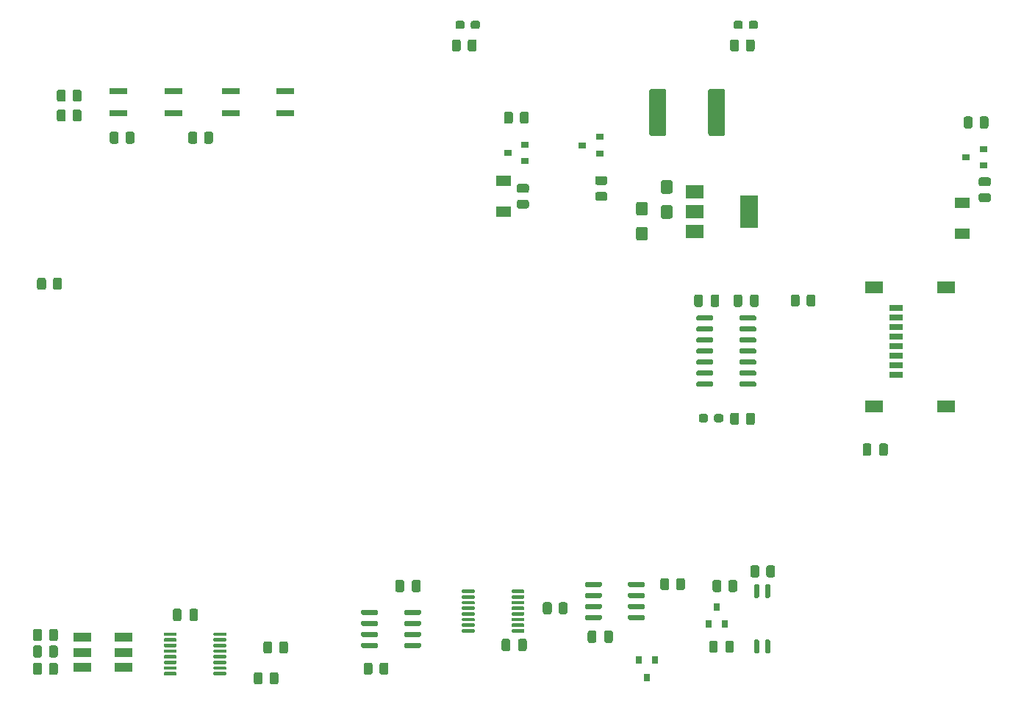
<source format=gbr>
G04 #@! TF.GenerationSoftware,KiCad,Pcbnew,(5.1.6)-1*
G04 #@! TF.CreationDate,2022-02-21T17:01:38-05:00*
G04 #@! TF.ProjectId,ControllerCircuit,436f6e74-726f-46c6-9c65-724369726375,rev?*
G04 #@! TF.SameCoordinates,Original*
G04 #@! TF.FileFunction,Paste,Top*
G04 #@! TF.FilePolarity,Positive*
%FSLAX46Y46*%
G04 Gerber Fmt 4.6, Leading zero omitted, Abs format (unit mm)*
G04 Created by KiCad (PCBNEW (5.1.6)-1) date 2022-02-21 17:01:38*
%MOMM*%
%LPD*%
G01*
G04 APERTURE LIST*
%ADD10R,2.000000X1.450000*%
%ADD11R,1.500000X0.800000*%
%ADD12R,0.800000X0.900000*%
%ADD13R,1.700000X1.300000*%
%ADD14R,2.000000X0.640000*%
%ADD15R,2.000000X1.500000*%
%ADD16R,2.000000X3.800000*%
%ADD17R,0.900000X0.800000*%
%ADD18R,2.000000X1.100000*%
G04 APERTURE END LIST*
D10*
G04 #@! TO.C,J15*
X193910000Y-82365000D03*
X202210000Y-82365000D03*
X202210000Y-96115000D03*
X193910000Y-96115000D03*
D11*
X196510000Y-84745000D03*
X196510000Y-85845000D03*
X196510000Y-86945000D03*
X196510000Y-88045000D03*
X196510000Y-89145000D03*
X196510000Y-90245000D03*
X196510000Y-91345000D03*
X196510000Y-92445000D03*
G04 #@! TD*
G04 #@! TO.C,R7*
G36*
G01*
X175937500Y-123343750D02*
X175937500Y-124256250D01*
G75*
G02*
X175693750Y-124500000I-243750J0D01*
G01*
X175206250Y-124500000D01*
G75*
G02*
X174962500Y-124256250I0J243750D01*
G01*
X174962500Y-123343750D01*
G75*
G02*
X175206250Y-123100000I243750J0D01*
G01*
X175693750Y-123100000D01*
G75*
G02*
X175937500Y-123343750I0J-243750D01*
G01*
G37*
G36*
G01*
X177812500Y-123343750D02*
X177812500Y-124256250D01*
G75*
G02*
X177568750Y-124500000I-243750J0D01*
G01*
X177081250Y-124500000D01*
G75*
G02*
X176837500Y-124256250I0J243750D01*
G01*
X176837500Y-123343750D01*
G75*
G02*
X177081250Y-123100000I243750J0D01*
G01*
X177568750Y-123100000D01*
G75*
G02*
X177812500Y-123343750I0J-243750D01*
G01*
G37*
G04 #@! TD*
D12*
G04 #@! TO.C,Q4*
X175850000Y-119200000D03*
X176800000Y-121200000D03*
X174900000Y-121200000D03*
G04 #@! TD*
G04 #@! TO.C,D6*
G36*
G01*
X175525900Y-97704180D02*
X175525900Y-97229180D01*
G75*
G02*
X175763400Y-96991680I237500J0D01*
G01*
X176338400Y-96991680D01*
G75*
G02*
X176575900Y-97229180I0J-237500D01*
G01*
X176575900Y-97704180D01*
G75*
G02*
X176338400Y-97941680I-237500J0D01*
G01*
X175763400Y-97941680D01*
G75*
G02*
X175525900Y-97704180I0J237500D01*
G01*
G37*
G36*
G01*
X173775900Y-97704180D02*
X173775900Y-97229180D01*
G75*
G02*
X174013400Y-96991680I237500J0D01*
G01*
X174588400Y-96991680D01*
G75*
G02*
X174825900Y-97229180I0J-237500D01*
G01*
X174825900Y-97704180D01*
G75*
G02*
X174588400Y-97941680I-237500J0D01*
G01*
X174013400Y-97941680D01*
G75*
G02*
X173775900Y-97704180I0J237500D01*
G01*
G37*
G04 #@! TD*
G04 #@! TO.C,D4*
G36*
G01*
X147500000Y-52397500D02*
X147500000Y-51922500D01*
G75*
G02*
X147737500Y-51685000I237500J0D01*
G01*
X148312500Y-51685000D01*
G75*
G02*
X148550000Y-51922500I0J-237500D01*
G01*
X148550000Y-52397500D01*
G75*
G02*
X148312500Y-52635000I-237500J0D01*
G01*
X147737500Y-52635000D01*
G75*
G02*
X147500000Y-52397500I0J237500D01*
G01*
G37*
G36*
G01*
X145750000Y-52397500D02*
X145750000Y-51922500D01*
G75*
G02*
X145987500Y-51685000I237500J0D01*
G01*
X146562500Y-51685000D01*
G75*
G02*
X146800000Y-51922500I0J-237500D01*
G01*
X146800000Y-52397500D01*
G75*
G02*
X146562500Y-52635000I-237500J0D01*
G01*
X145987500Y-52635000D01*
G75*
G02*
X145750000Y-52397500I0J237500D01*
G01*
G37*
G04 #@! TD*
G04 #@! TO.C,D3*
G36*
G01*
X179525000Y-52397500D02*
X179525000Y-51922500D01*
G75*
G02*
X179762500Y-51685000I237500J0D01*
G01*
X180337500Y-51685000D01*
G75*
G02*
X180575000Y-51922500I0J-237500D01*
G01*
X180575000Y-52397500D01*
G75*
G02*
X180337500Y-52635000I-237500J0D01*
G01*
X179762500Y-52635000D01*
G75*
G02*
X179525000Y-52397500I0J237500D01*
G01*
G37*
G36*
G01*
X177775000Y-52397500D02*
X177775000Y-51922500D01*
G75*
G02*
X178012500Y-51685000I237500J0D01*
G01*
X178587500Y-51685000D01*
G75*
G02*
X178825000Y-51922500I0J-237500D01*
G01*
X178825000Y-52397500D01*
G75*
G02*
X178587500Y-52635000I-237500J0D01*
G01*
X178012500Y-52635000D01*
G75*
G02*
X177775000Y-52397500I0J237500D01*
G01*
G37*
G04 #@! TD*
D13*
G04 #@! TO.C,D5*
X151250000Y-70150000D03*
X151250000Y-73650000D03*
G04 #@! TD*
G04 #@! TO.C,D2*
X204100000Y-72680000D03*
X204100000Y-76180000D03*
G04 #@! TD*
D12*
G04 #@! TO.C,D8*
X167790000Y-127360000D03*
X166840000Y-125360000D03*
X168740000Y-125360000D03*
G04 #@! TD*
G04 #@! TO.C,U1*
G36*
G01*
X165590000Y-116775000D02*
X165590000Y-116475000D01*
G75*
G02*
X165740000Y-116325000I150000J0D01*
G01*
X167390000Y-116325000D01*
G75*
G02*
X167540000Y-116475000I0J-150000D01*
G01*
X167540000Y-116775000D01*
G75*
G02*
X167390000Y-116925000I-150000J0D01*
G01*
X165740000Y-116925000D01*
G75*
G02*
X165590000Y-116775000I0J150000D01*
G01*
G37*
G36*
G01*
X165590000Y-118045000D02*
X165590000Y-117745000D01*
G75*
G02*
X165740000Y-117595000I150000J0D01*
G01*
X167390000Y-117595000D01*
G75*
G02*
X167540000Y-117745000I0J-150000D01*
G01*
X167540000Y-118045000D01*
G75*
G02*
X167390000Y-118195000I-150000J0D01*
G01*
X165740000Y-118195000D01*
G75*
G02*
X165590000Y-118045000I0J150000D01*
G01*
G37*
G36*
G01*
X165590000Y-119315000D02*
X165590000Y-119015000D01*
G75*
G02*
X165740000Y-118865000I150000J0D01*
G01*
X167390000Y-118865000D01*
G75*
G02*
X167540000Y-119015000I0J-150000D01*
G01*
X167540000Y-119315000D01*
G75*
G02*
X167390000Y-119465000I-150000J0D01*
G01*
X165740000Y-119465000D01*
G75*
G02*
X165590000Y-119315000I0J150000D01*
G01*
G37*
G36*
G01*
X165590000Y-120585000D02*
X165590000Y-120285000D01*
G75*
G02*
X165740000Y-120135000I150000J0D01*
G01*
X167390000Y-120135000D01*
G75*
G02*
X167540000Y-120285000I0J-150000D01*
G01*
X167540000Y-120585000D01*
G75*
G02*
X167390000Y-120735000I-150000J0D01*
G01*
X165740000Y-120735000D01*
G75*
G02*
X165590000Y-120585000I0J150000D01*
G01*
G37*
G36*
G01*
X160640000Y-120585000D02*
X160640000Y-120285000D01*
G75*
G02*
X160790000Y-120135000I150000J0D01*
G01*
X162440000Y-120135000D01*
G75*
G02*
X162590000Y-120285000I0J-150000D01*
G01*
X162590000Y-120585000D01*
G75*
G02*
X162440000Y-120735000I-150000J0D01*
G01*
X160790000Y-120735000D01*
G75*
G02*
X160640000Y-120585000I0J150000D01*
G01*
G37*
G36*
G01*
X160640000Y-119315000D02*
X160640000Y-119015000D01*
G75*
G02*
X160790000Y-118865000I150000J0D01*
G01*
X162440000Y-118865000D01*
G75*
G02*
X162590000Y-119015000I0J-150000D01*
G01*
X162590000Y-119315000D01*
G75*
G02*
X162440000Y-119465000I-150000J0D01*
G01*
X160790000Y-119465000D01*
G75*
G02*
X160640000Y-119315000I0J150000D01*
G01*
G37*
G36*
G01*
X160640000Y-118045000D02*
X160640000Y-117745000D01*
G75*
G02*
X160790000Y-117595000I150000J0D01*
G01*
X162440000Y-117595000D01*
G75*
G02*
X162590000Y-117745000I0J-150000D01*
G01*
X162590000Y-118045000D01*
G75*
G02*
X162440000Y-118195000I-150000J0D01*
G01*
X160790000Y-118195000D01*
G75*
G02*
X160640000Y-118045000I0J150000D01*
G01*
G37*
G36*
G01*
X160640000Y-116775000D02*
X160640000Y-116475000D01*
G75*
G02*
X160790000Y-116325000I150000J0D01*
G01*
X162440000Y-116325000D01*
G75*
G02*
X162590000Y-116475000I0J-150000D01*
G01*
X162590000Y-116775000D01*
G75*
G02*
X162440000Y-116925000I-150000J0D01*
G01*
X160790000Y-116925000D01*
G75*
G02*
X160640000Y-116775000I0J150000D01*
G01*
G37*
G04 #@! TD*
D14*
G04 #@! TO.C,U12*
X113250000Y-59790000D03*
X113250000Y-62330000D03*
X106950000Y-62330000D03*
X106950000Y-59790000D03*
G04 #@! TD*
G04 #@! TO.C,R25*
G36*
G01*
X107740000Y-65610001D02*
X107740000Y-64709999D01*
G75*
G02*
X107989999Y-64460000I249999J0D01*
G01*
X108515001Y-64460000D01*
G75*
G02*
X108765000Y-64709999I0J-249999D01*
G01*
X108765000Y-65610001D01*
G75*
G02*
X108515001Y-65860000I-249999J0D01*
G01*
X107989999Y-65860000D01*
G75*
G02*
X107740000Y-65610001I0J249999D01*
G01*
G37*
G36*
G01*
X105915000Y-65610001D02*
X105915000Y-64709999D01*
G75*
G02*
X106164999Y-64460000I249999J0D01*
G01*
X106690001Y-64460000D01*
G75*
G02*
X106940000Y-64709999I0J-249999D01*
G01*
X106940000Y-65610001D01*
G75*
G02*
X106690001Y-65860000I-249999J0D01*
G01*
X106164999Y-65860000D01*
G75*
G02*
X105915000Y-65610001I0J249999D01*
G01*
G37*
G04 #@! TD*
G04 #@! TO.C,U10*
G36*
G01*
X178428500Y-86085080D02*
X178428500Y-85785080D01*
G75*
G02*
X178578500Y-85635080I150000J0D01*
G01*
X180228500Y-85635080D01*
G75*
G02*
X180378500Y-85785080I0J-150000D01*
G01*
X180378500Y-86085080D01*
G75*
G02*
X180228500Y-86235080I-150000J0D01*
G01*
X178578500Y-86235080D01*
G75*
G02*
X178428500Y-86085080I0J150000D01*
G01*
G37*
G36*
G01*
X178428500Y-87355080D02*
X178428500Y-87055080D01*
G75*
G02*
X178578500Y-86905080I150000J0D01*
G01*
X180228500Y-86905080D01*
G75*
G02*
X180378500Y-87055080I0J-150000D01*
G01*
X180378500Y-87355080D01*
G75*
G02*
X180228500Y-87505080I-150000J0D01*
G01*
X178578500Y-87505080D01*
G75*
G02*
X178428500Y-87355080I0J150000D01*
G01*
G37*
G36*
G01*
X178428500Y-88625080D02*
X178428500Y-88325080D01*
G75*
G02*
X178578500Y-88175080I150000J0D01*
G01*
X180228500Y-88175080D01*
G75*
G02*
X180378500Y-88325080I0J-150000D01*
G01*
X180378500Y-88625080D01*
G75*
G02*
X180228500Y-88775080I-150000J0D01*
G01*
X178578500Y-88775080D01*
G75*
G02*
X178428500Y-88625080I0J150000D01*
G01*
G37*
G36*
G01*
X178428500Y-89895080D02*
X178428500Y-89595080D01*
G75*
G02*
X178578500Y-89445080I150000J0D01*
G01*
X180228500Y-89445080D01*
G75*
G02*
X180378500Y-89595080I0J-150000D01*
G01*
X180378500Y-89895080D01*
G75*
G02*
X180228500Y-90045080I-150000J0D01*
G01*
X178578500Y-90045080D01*
G75*
G02*
X178428500Y-89895080I0J150000D01*
G01*
G37*
G36*
G01*
X178428500Y-91165080D02*
X178428500Y-90865080D01*
G75*
G02*
X178578500Y-90715080I150000J0D01*
G01*
X180228500Y-90715080D01*
G75*
G02*
X180378500Y-90865080I0J-150000D01*
G01*
X180378500Y-91165080D01*
G75*
G02*
X180228500Y-91315080I-150000J0D01*
G01*
X178578500Y-91315080D01*
G75*
G02*
X178428500Y-91165080I0J150000D01*
G01*
G37*
G36*
G01*
X178428500Y-92435080D02*
X178428500Y-92135080D01*
G75*
G02*
X178578500Y-91985080I150000J0D01*
G01*
X180228500Y-91985080D01*
G75*
G02*
X180378500Y-92135080I0J-150000D01*
G01*
X180378500Y-92435080D01*
G75*
G02*
X180228500Y-92585080I-150000J0D01*
G01*
X178578500Y-92585080D01*
G75*
G02*
X178428500Y-92435080I0J150000D01*
G01*
G37*
G36*
G01*
X178428500Y-93705080D02*
X178428500Y-93405080D01*
G75*
G02*
X178578500Y-93255080I150000J0D01*
G01*
X180228500Y-93255080D01*
G75*
G02*
X180378500Y-93405080I0J-150000D01*
G01*
X180378500Y-93705080D01*
G75*
G02*
X180228500Y-93855080I-150000J0D01*
G01*
X178578500Y-93855080D01*
G75*
G02*
X178428500Y-93705080I0J150000D01*
G01*
G37*
G36*
G01*
X173478500Y-93705080D02*
X173478500Y-93405080D01*
G75*
G02*
X173628500Y-93255080I150000J0D01*
G01*
X175278500Y-93255080D01*
G75*
G02*
X175428500Y-93405080I0J-150000D01*
G01*
X175428500Y-93705080D01*
G75*
G02*
X175278500Y-93855080I-150000J0D01*
G01*
X173628500Y-93855080D01*
G75*
G02*
X173478500Y-93705080I0J150000D01*
G01*
G37*
G36*
G01*
X173478500Y-92435080D02*
X173478500Y-92135080D01*
G75*
G02*
X173628500Y-91985080I150000J0D01*
G01*
X175278500Y-91985080D01*
G75*
G02*
X175428500Y-92135080I0J-150000D01*
G01*
X175428500Y-92435080D01*
G75*
G02*
X175278500Y-92585080I-150000J0D01*
G01*
X173628500Y-92585080D01*
G75*
G02*
X173478500Y-92435080I0J150000D01*
G01*
G37*
G36*
G01*
X173478500Y-91165080D02*
X173478500Y-90865080D01*
G75*
G02*
X173628500Y-90715080I150000J0D01*
G01*
X175278500Y-90715080D01*
G75*
G02*
X175428500Y-90865080I0J-150000D01*
G01*
X175428500Y-91165080D01*
G75*
G02*
X175278500Y-91315080I-150000J0D01*
G01*
X173628500Y-91315080D01*
G75*
G02*
X173478500Y-91165080I0J150000D01*
G01*
G37*
G36*
G01*
X173478500Y-89895080D02*
X173478500Y-89595080D01*
G75*
G02*
X173628500Y-89445080I150000J0D01*
G01*
X175278500Y-89445080D01*
G75*
G02*
X175428500Y-89595080I0J-150000D01*
G01*
X175428500Y-89895080D01*
G75*
G02*
X175278500Y-90045080I-150000J0D01*
G01*
X173628500Y-90045080D01*
G75*
G02*
X173478500Y-89895080I0J150000D01*
G01*
G37*
G36*
G01*
X173478500Y-88625080D02*
X173478500Y-88325080D01*
G75*
G02*
X173628500Y-88175080I150000J0D01*
G01*
X175278500Y-88175080D01*
G75*
G02*
X175428500Y-88325080I0J-150000D01*
G01*
X175428500Y-88625080D01*
G75*
G02*
X175278500Y-88775080I-150000J0D01*
G01*
X173628500Y-88775080D01*
G75*
G02*
X173478500Y-88625080I0J150000D01*
G01*
G37*
G36*
G01*
X173478500Y-87355080D02*
X173478500Y-87055080D01*
G75*
G02*
X173628500Y-86905080I150000J0D01*
G01*
X175278500Y-86905080D01*
G75*
G02*
X175428500Y-87055080I0J-150000D01*
G01*
X175428500Y-87355080D01*
G75*
G02*
X175278500Y-87505080I-150000J0D01*
G01*
X173628500Y-87505080D01*
G75*
G02*
X173478500Y-87355080I0J150000D01*
G01*
G37*
G36*
G01*
X173478500Y-86085080D02*
X173478500Y-85785080D01*
G75*
G02*
X173628500Y-85635080I150000J0D01*
G01*
X175278500Y-85635080D01*
G75*
G02*
X175428500Y-85785080I0J-150000D01*
G01*
X175428500Y-86085080D01*
G75*
G02*
X175278500Y-86235080I-150000J0D01*
G01*
X173628500Y-86235080D01*
G75*
G02*
X173478500Y-86085080I0J150000D01*
G01*
G37*
G04 #@! TD*
G04 #@! TO.C,U9*
X126155000Y-59815000D03*
X126155000Y-62355000D03*
X119855000Y-62355000D03*
X119855000Y-59815000D03*
G04 #@! TD*
G04 #@! TO.C,U8*
G36*
G01*
X117869600Y-122456800D02*
X117869600Y-122256800D01*
G75*
G02*
X117969600Y-122156800I100000J0D01*
G01*
X119244600Y-122156800D01*
G75*
G02*
X119344600Y-122256800I0J-100000D01*
G01*
X119344600Y-122456800D01*
G75*
G02*
X119244600Y-122556800I-100000J0D01*
G01*
X117969600Y-122556800D01*
G75*
G02*
X117869600Y-122456800I0J100000D01*
G01*
G37*
G36*
G01*
X117869600Y-123106800D02*
X117869600Y-122906800D01*
G75*
G02*
X117969600Y-122806800I100000J0D01*
G01*
X119244600Y-122806800D01*
G75*
G02*
X119344600Y-122906800I0J-100000D01*
G01*
X119344600Y-123106800D01*
G75*
G02*
X119244600Y-123206800I-100000J0D01*
G01*
X117969600Y-123206800D01*
G75*
G02*
X117869600Y-123106800I0J100000D01*
G01*
G37*
G36*
G01*
X117869600Y-123756800D02*
X117869600Y-123556800D01*
G75*
G02*
X117969600Y-123456800I100000J0D01*
G01*
X119244600Y-123456800D01*
G75*
G02*
X119344600Y-123556800I0J-100000D01*
G01*
X119344600Y-123756800D01*
G75*
G02*
X119244600Y-123856800I-100000J0D01*
G01*
X117969600Y-123856800D01*
G75*
G02*
X117869600Y-123756800I0J100000D01*
G01*
G37*
G36*
G01*
X117869600Y-124406800D02*
X117869600Y-124206800D01*
G75*
G02*
X117969600Y-124106800I100000J0D01*
G01*
X119244600Y-124106800D01*
G75*
G02*
X119344600Y-124206800I0J-100000D01*
G01*
X119344600Y-124406800D01*
G75*
G02*
X119244600Y-124506800I-100000J0D01*
G01*
X117969600Y-124506800D01*
G75*
G02*
X117869600Y-124406800I0J100000D01*
G01*
G37*
G36*
G01*
X117869600Y-125056800D02*
X117869600Y-124856800D01*
G75*
G02*
X117969600Y-124756800I100000J0D01*
G01*
X119244600Y-124756800D01*
G75*
G02*
X119344600Y-124856800I0J-100000D01*
G01*
X119344600Y-125056800D01*
G75*
G02*
X119244600Y-125156800I-100000J0D01*
G01*
X117969600Y-125156800D01*
G75*
G02*
X117869600Y-125056800I0J100000D01*
G01*
G37*
G36*
G01*
X117869600Y-125706800D02*
X117869600Y-125506800D01*
G75*
G02*
X117969600Y-125406800I100000J0D01*
G01*
X119244600Y-125406800D01*
G75*
G02*
X119344600Y-125506800I0J-100000D01*
G01*
X119344600Y-125706800D01*
G75*
G02*
X119244600Y-125806800I-100000J0D01*
G01*
X117969600Y-125806800D01*
G75*
G02*
X117869600Y-125706800I0J100000D01*
G01*
G37*
G36*
G01*
X117869600Y-126356800D02*
X117869600Y-126156800D01*
G75*
G02*
X117969600Y-126056800I100000J0D01*
G01*
X119244600Y-126056800D01*
G75*
G02*
X119344600Y-126156800I0J-100000D01*
G01*
X119344600Y-126356800D01*
G75*
G02*
X119244600Y-126456800I-100000J0D01*
G01*
X117969600Y-126456800D01*
G75*
G02*
X117869600Y-126356800I0J100000D01*
G01*
G37*
G36*
G01*
X117869600Y-127006800D02*
X117869600Y-126806800D01*
G75*
G02*
X117969600Y-126706800I100000J0D01*
G01*
X119244600Y-126706800D01*
G75*
G02*
X119344600Y-126806800I0J-100000D01*
G01*
X119344600Y-127006800D01*
G75*
G02*
X119244600Y-127106800I-100000J0D01*
G01*
X117969600Y-127106800D01*
G75*
G02*
X117869600Y-127006800I0J100000D01*
G01*
G37*
G36*
G01*
X112144600Y-127006800D02*
X112144600Y-126806800D01*
G75*
G02*
X112244600Y-126706800I100000J0D01*
G01*
X113519600Y-126706800D01*
G75*
G02*
X113619600Y-126806800I0J-100000D01*
G01*
X113619600Y-127006800D01*
G75*
G02*
X113519600Y-127106800I-100000J0D01*
G01*
X112244600Y-127106800D01*
G75*
G02*
X112144600Y-127006800I0J100000D01*
G01*
G37*
G36*
G01*
X112144600Y-126356800D02*
X112144600Y-126156800D01*
G75*
G02*
X112244600Y-126056800I100000J0D01*
G01*
X113519600Y-126056800D01*
G75*
G02*
X113619600Y-126156800I0J-100000D01*
G01*
X113619600Y-126356800D01*
G75*
G02*
X113519600Y-126456800I-100000J0D01*
G01*
X112244600Y-126456800D01*
G75*
G02*
X112144600Y-126356800I0J100000D01*
G01*
G37*
G36*
G01*
X112144600Y-125706800D02*
X112144600Y-125506800D01*
G75*
G02*
X112244600Y-125406800I100000J0D01*
G01*
X113519600Y-125406800D01*
G75*
G02*
X113619600Y-125506800I0J-100000D01*
G01*
X113619600Y-125706800D01*
G75*
G02*
X113519600Y-125806800I-100000J0D01*
G01*
X112244600Y-125806800D01*
G75*
G02*
X112144600Y-125706800I0J100000D01*
G01*
G37*
G36*
G01*
X112144600Y-125056800D02*
X112144600Y-124856800D01*
G75*
G02*
X112244600Y-124756800I100000J0D01*
G01*
X113519600Y-124756800D01*
G75*
G02*
X113619600Y-124856800I0J-100000D01*
G01*
X113619600Y-125056800D01*
G75*
G02*
X113519600Y-125156800I-100000J0D01*
G01*
X112244600Y-125156800D01*
G75*
G02*
X112144600Y-125056800I0J100000D01*
G01*
G37*
G36*
G01*
X112144600Y-124406800D02*
X112144600Y-124206800D01*
G75*
G02*
X112244600Y-124106800I100000J0D01*
G01*
X113519600Y-124106800D01*
G75*
G02*
X113619600Y-124206800I0J-100000D01*
G01*
X113619600Y-124406800D01*
G75*
G02*
X113519600Y-124506800I-100000J0D01*
G01*
X112244600Y-124506800D01*
G75*
G02*
X112144600Y-124406800I0J100000D01*
G01*
G37*
G36*
G01*
X112144600Y-123756800D02*
X112144600Y-123556800D01*
G75*
G02*
X112244600Y-123456800I100000J0D01*
G01*
X113519600Y-123456800D01*
G75*
G02*
X113619600Y-123556800I0J-100000D01*
G01*
X113619600Y-123756800D01*
G75*
G02*
X113519600Y-123856800I-100000J0D01*
G01*
X112244600Y-123856800D01*
G75*
G02*
X112144600Y-123756800I0J100000D01*
G01*
G37*
G36*
G01*
X112144600Y-123106800D02*
X112144600Y-122906800D01*
G75*
G02*
X112244600Y-122806800I100000J0D01*
G01*
X113519600Y-122806800D01*
G75*
G02*
X113619600Y-122906800I0J-100000D01*
G01*
X113619600Y-123106800D01*
G75*
G02*
X113519600Y-123206800I-100000J0D01*
G01*
X112244600Y-123206800D01*
G75*
G02*
X112144600Y-123106800I0J100000D01*
G01*
G37*
G36*
G01*
X112144600Y-122456800D02*
X112144600Y-122256800D01*
G75*
G02*
X112244600Y-122156800I100000J0D01*
G01*
X113519600Y-122156800D01*
G75*
G02*
X113619600Y-122256800I0J-100000D01*
G01*
X113619600Y-122456800D01*
G75*
G02*
X113519600Y-122556800I-100000J0D01*
G01*
X112244600Y-122556800D01*
G75*
G02*
X112144600Y-122456800I0J100000D01*
G01*
G37*
G04 #@! TD*
D15*
G04 #@! TO.C,U6*
X173279000Y-71375800D03*
X173279000Y-75975800D03*
X173279000Y-73675800D03*
D16*
X179579000Y-73675800D03*
G04 #@! TD*
G04 #@! TO.C,U5*
G36*
G01*
X139834980Y-119995800D02*
X139834980Y-119695800D01*
G75*
G02*
X139984980Y-119545800I150000J0D01*
G01*
X141634980Y-119545800D01*
G75*
G02*
X141784980Y-119695800I0J-150000D01*
G01*
X141784980Y-119995800D01*
G75*
G02*
X141634980Y-120145800I-150000J0D01*
G01*
X139984980Y-120145800D01*
G75*
G02*
X139834980Y-119995800I0J150000D01*
G01*
G37*
G36*
G01*
X139834980Y-121265800D02*
X139834980Y-120965800D01*
G75*
G02*
X139984980Y-120815800I150000J0D01*
G01*
X141634980Y-120815800D01*
G75*
G02*
X141784980Y-120965800I0J-150000D01*
G01*
X141784980Y-121265800D01*
G75*
G02*
X141634980Y-121415800I-150000J0D01*
G01*
X139984980Y-121415800D01*
G75*
G02*
X139834980Y-121265800I0J150000D01*
G01*
G37*
G36*
G01*
X139834980Y-122535800D02*
X139834980Y-122235800D01*
G75*
G02*
X139984980Y-122085800I150000J0D01*
G01*
X141634980Y-122085800D01*
G75*
G02*
X141784980Y-122235800I0J-150000D01*
G01*
X141784980Y-122535800D01*
G75*
G02*
X141634980Y-122685800I-150000J0D01*
G01*
X139984980Y-122685800D01*
G75*
G02*
X139834980Y-122535800I0J150000D01*
G01*
G37*
G36*
G01*
X139834980Y-123805800D02*
X139834980Y-123505800D01*
G75*
G02*
X139984980Y-123355800I150000J0D01*
G01*
X141634980Y-123355800D01*
G75*
G02*
X141784980Y-123505800I0J-150000D01*
G01*
X141784980Y-123805800D01*
G75*
G02*
X141634980Y-123955800I-150000J0D01*
G01*
X139984980Y-123955800D01*
G75*
G02*
X139834980Y-123805800I0J150000D01*
G01*
G37*
G36*
G01*
X134884980Y-123805800D02*
X134884980Y-123505800D01*
G75*
G02*
X135034980Y-123355800I150000J0D01*
G01*
X136684980Y-123355800D01*
G75*
G02*
X136834980Y-123505800I0J-150000D01*
G01*
X136834980Y-123805800D01*
G75*
G02*
X136684980Y-123955800I-150000J0D01*
G01*
X135034980Y-123955800D01*
G75*
G02*
X134884980Y-123805800I0J150000D01*
G01*
G37*
G36*
G01*
X134884980Y-122535800D02*
X134884980Y-122235800D01*
G75*
G02*
X135034980Y-122085800I150000J0D01*
G01*
X136684980Y-122085800D01*
G75*
G02*
X136834980Y-122235800I0J-150000D01*
G01*
X136834980Y-122535800D01*
G75*
G02*
X136684980Y-122685800I-150000J0D01*
G01*
X135034980Y-122685800D01*
G75*
G02*
X134884980Y-122535800I0J150000D01*
G01*
G37*
G36*
G01*
X134884980Y-121265800D02*
X134884980Y-120965800D01*
G75*
G02*
X135034980Y-120815800I150000J0D01*
G01*
X136684980Y-120815800D01*
G75*
G02*
X136834980Y-120965800I0J-150000D01*
G01*
X136834980Y-121265800D01*
G75*
G02*
X136684980Y-121415800I-150000J0D01*
G01*
X135034980Y-121415800D01*
G75*
G02*
X134884980Y-121265800I0J150000D01*
G01*
G37*
G36*
G01*
X134884980Y-119995800D02*
X134884980Y-119695800D01*
G75*
G02*
X135034980Y-119545800I150000J0D01*
G01*
X136684980Y-119545800D01*
G75*
G02*
X136834980Y-119695800I0J-150000D01*
G01*
X136834980Y-119995800D01*
G75*
G02*
X136684980Y-120145800I-150000J0D01*
G01*
X135034980Y-120145800D01*
G75*
G02*
X134884980Y-119995800I0J150000D01*
G01*
G37*
G04 #@! TD*
G04 #@! TO.C,U3*
G36*
G01*
X152202680Y-117525800D02*
X152202680Y-117325800D01*
G75*
G02*
X152302680Y-117225800I100000J0D01*
G01*
X153577680Y-117225800D01*
G75*
G02*
X153677680Y-117325800I0J-100000D01*
G01*
X153677680Y-117525800D01*
G75*
G02*
X153577680Y-117625800I-100000J0D01*
G01*
X152302680Y-117625800D01*
G75*
G02*
X152202680Y-117525800I0J100000D01*
G01*
G37*
G36*
G01*
X152202680Y-118175800D02*
X152202680Y-117975800D01*
G75*
G02*
X152302680Y-117875800I100000J0D01*
G01*
X153577680Y-117875800D01*
G75*
G02*
X153677680Y-117975800I0J-100000D01*
G01*
X153677680Y-118175800D01*
G75*
G02*
X153577680Y-118275800I-100000J0D01*
G01*
X152302680Y-118275800D01*
G75*
G02*
X152202680Y-118175800I0J100000D01*
G01*
G37*
G36*
G01*
X152202680Y-118825800D02*
X152202680Y-118625800D01*
G75*
G02*
X152302680Y-118525800I100000J0D01*
G01*
X153577680Y-118525800D01*
G75*
G02*
X153677680Y-118625800I0J-100000D01*
G01*
X153677680Y-118825800D01*
G75*
G02*
X153577680Y-118925800I-100000J0D01*
G01*
X152302680Y-118925800D01*
G75*
G02*
X152202680Y-118825800I0J100000D01*
G01*
G37*
G36*
G01*
X152202680Y-119475800D02*
X152202680Y-119275800D01*
G75*
G02*
X152302680Y-119175800I100000J0D01*
G01*
X153577680Y-119175800D01*
G75*
G02*
X153677680Y-119275800I0J-100000D01*
G01*
X153677680Y-119475800D01*
G75*
G02*
X153577680Y-119575800I-100000J0D01*
G01*
X152302680Y-119575800D01*
G75*
G02*
X152202680Y-119475800I0J100000D01*
G01*
G37*
G36*
G01*
X152202680Y-120125800D02*
X152202680Y-119925800D01*
G75*
G02*
X152302680Y-119825800I100000J0D01*
G01*
X153577680Y-119825800D01*
G75*
G02*
X153677680Y-119925800I0J-100000D01*
G01*
X153677680Y-120125800D01*
G75*
G02*
X153577680Y-120225800I-100000J0D01*
G01*
X152302680Y-120225800D01*
G75*
G02*
X152202680Y-120125800I0J100000D01*
G01*
G37*
G36*
G01*
X152202680Y-120775800D02*
X152202680Y-120575800D01*
G75*
G02*
X152302680Y-120475800I100000J0D01*
G01*
X153577680Y-120475800D01*
G75*
G02*
X153677680Y-120575800I0J-100000D01*
G01*
X153677680Y-120775800D01*
G75*
G02*
X153577680Y-120875800I-100000J0D01*
G01*
X152302680Y-120875800D01*
G75*
G02*
X152202680Y-120775800I0J100000D01*
G01*
G37*
G36*
G01*
X152202680Y-121425800D02*
X152202680Y-121225800D01*
G75*
G02*
X152302680Y-121125800I100000J0D01*
G01*
X153577680Y-121125800D01*
G75*
G02*
X153677680Y-121225800I0J-100000D01*
G01*
X153677680Y-121425800D01*
G75*
G02*
X153577680Y-121525800I-100000J0D01*
G01*
X152302680Y-121525800D01*
G75*
G02*
X152202680Y-121425800I0J100000D01*
G01*
G37*
G36*
G01*
X152202680Y-122075800D02*
X152202680Y-121875800D01*
G75*
G02*
X152302680Y-121775800I100000J0D01*
G01*
X153577680Y-121775800D01*
G75*
G02*
X153677680Y-121875800I0J-100000D01*
G01*
X153677680Y-122075800D01*
G75*
G02*
X153577680Y-122175800I-100000J0D01*
G01*
X152302680Y-122175800D01*
G75*
G02*
X152202680Y-122075800I0J100000D01*
G01*
G37*
G36*
G01*
X146477680Y-122075800D02*
X146477680Y-121875800D01*
G75*
G02*
X146577680Y-121775800I100000J0D01*
G01*
X147852680Y-121775800D01*
G75*
G02*
X147952680Y-121875800I0J-100000D01*
G01*
X147952680Y-122075800D01*
G75*
G02*
X147852680Y-122175800I-100000J0D01*
G01*
X146577680Y-122175800D01*
G75*
G02*
X146477680Y-122075800I0J100000D01*
G01*
G37*
G36*
G01*
X146477680Y-121425800D02*
X146477680Y-121225800D01*
G75*
G02*
X146577680Y-121125800I100000J0D01*
G01*
X147852680Y-121125800D01*
G75*
G02*
X147952680Y-121225800I0J-100000D01*
G01*
X147952680Y-121425800D01*
G75*
G02*
X147852680Y-121525800I-100000J0D01*
G01*
X146577680Y-121525800D01*
G75*
G02*
X146477680Y-121425800I0J100000D01*
G01*
G37*
G36*
G01*
X146477680Y-120775800D02*
X146477680Y-120575800D01*
G75*
G02*
X146577680Y-120475800I100000J0D01*
G01*
X147852680Y-120475800D01*
G75*
G02*
X147952680Y-120575800I0J-100000D01*
G01*
X147952680Y-120775800D01*
G75*
G02*
X147852680Y-120875800I-100000J0D01*
G01*
X146577680Y-120875800D01*
G75*
G02*
X146477680Y-120775800I0J100000D01*
G01*
G37*
G36*
G01*
X146477680Y-120125800D02*
X146477680Y-119925800D01*
G75*
G02*
X146577680Y-119825800I100000J0D01*
G01*
X147852680Y-119825800D01*
G75*
G02*
X147952680Y-119925800I0J-100000D01*
G01*
X147952680Y-120125800D01*
G75*
G02*
X147852680Y-120225800I-100000J0D01*
G01*
X146577680Y-120225800D01*
G75*
G02*
X146477680Y-120125800I0J100000D01*
G01*
G37*
G36*
G01*
X146477680Y-119475800D02*
X146477680Y-119275800D01*
G75*
G02*
X146577680Y-119175800I100000J0D01*
G01*
X147852680Y-119175800D01*
G75*
G02*
X147952680Y-119275800I0J-100000D01*
G01*
X147952680Y-119475800D01*
G75*
G02*
X147852680Y-119575800I-100000J0D01*
G01*
X146577680Y-119575800D01*
G75*
G02*
X146477680Y-119475800I0J100000D01*
G01*
G37*
G36*
G01*
X146477680Y-118825800D02*
X146477680Y-118625800D01*
G75*
G02*
X146577680Y-118525800I100000J0D01*
G01*
X147852680Y-118525800D01*
G75*
G02*
X147952680Y-118625800I0J-100000D01*
G01*
X147952680Y-118825800D01*
G75*
G02*
X147852680Y-118925800I-100000J0D01*
G01*
X146577680Y-118925800D01*
G75*
G02*
X146477680Y-118825800I0J100000D01*
G01*
G37*
G36*
G01*
X146477680Y-118175800D02*
X146477680Y-117975800D01*
G75*
G02*
X146577680Y-117875800I100000J0D01*
G01*
X147852680Y-117875800D01*
G75*
G02*
X147952680Y-117975800I0J-100000D01*
G01*
X147952680Y-118175800D01*
G75*
G02*
X147852680Y-118275800I-100000J0D01*
G01*
X146577680Y-118275800D01*
G75*
G02*
X146477680Y-118175800I0J100000D01*
G01*
G37*
G36*
G01*
X146477680Y-117525800D02*
X146477680Y-117325800D01*
G75*
G02*
X146577680Y-117225800I100000J0D01*
G01*
X147852680Y-117225800D01*
G75*
G02*
X147952680Y-117325800I0J-100000D01*
G01*
X147952680Y-117525800D01*
G75*
G02*
X147852680Y-117625800I-100000J0D01*
G01*
X146577680Y-117625800D01*
G75*
G02*
X146477680Y-117525800I0J100000D01*
G01*
G37*
G04 #@! TD*
G04 #@! TO.C,U2*
G36*
G01*
X181543320Y-122955500D02*
X181843320Y-122955500D01*
G75*
G02*
X181993320Y-123105500I0J-150000D01*
G01*
X181993320Y-124430500D01*
G75*
G02*
X181843320Y-124580500I-150000J0D01*
G01*
X181543320Y-124580500D01*
G75*
G02*
X181393320Y-124430500I0J150000D01*
G01*
X181393320Y-123105500D01*
G75*
G02*
X181543320Y-122955500I150000J0D01*
G01*
G37*
G36*
G01*
X180273320Y-122955500D02*
X180573320Y-122955500D01*
G75*
G02*
X180723320Y-123105500I0J-150000D01*
G01*
X180723320Y-124430500D01*
G75*
G02*
X180573320Y-124580500I-150000J0D01*
G01*
X180273320Y-124580500D01*
G75*
G02*
X180123320Y-124430500I0J150000D01*
G01*
X180123320Y-123105500D01*
G75*
G02*
X180273320Y-122955500I150000J0D01*
G01*
G37*
G36*
G01*
X180273320Y-116580500D02*
X180573320Y-116580500D01*
G75*
G02*
X180723320Y-116730500I0J-150000D01*
G01*
X180723320Y-118055500D01*
G75*
G02*
X180573320Y-118205500I-150000J0D01*
G01*
X180273320Y-118205500D01*
G75*
G02*
X180123320Y-118055500I0J150000D01*
G01*
X180123320Y-116730500D01*
G75*
G02*
X180273320Y-116580500I150000J0D01*
G01*
G37*
G36*
G01*
X181543320Y-116580500D02*
X181843320Y-116580500D01*
G75*
G02*
X181993320Y-116730500I0J-150000D01*
G01*
X181993320Y-118055500D01*
G75*
G02*
X181843320Y-118205500I-150000J0D01*
G01*
X181543320Y-118205500D01*
G75*
G02*
X181393320Y-118055500I0J150000D01*
G01*
X181393320Y-116730500D01*
G75*
G02*
X181543320Y-116580500I150000J0D01*
G01*
G37*
G04 #@! TD*
G04 #@! TO.C,R24*
G36*
G01*
X123537500Y-126989999D02*
X123537500Y-127890001D01*
G75*
G02*
X123287501Y-128140000I-249999J0D01*
G01*
X122762499Y-128140000D01*
G75*
G02*
X122512500Y-127890001I0J249999D01*
G01*
X122512500Y-126989999D01*
G75*
G02*
X122762499Y-126740000I249999J0D01*
G01*
X123287501Y-126740000D01*
G75*
G02*
X123537500Y-126989999I0J-249999D01*
G01*
G37*
G36*
G01*
X125362500Y-126989999D02*
X125362500Y-127890001D01*
G75*
G02*
X125112501Y-128140000I-249999J0D01*
G01*
X124587499Y-128140000D01*
G75*
G02*
X124337500Y-127890001I0J249999D01*
G01*
X124337500Y-126989999D01*
G75*
G02*
X124587499Y-126740000I249999J0D01*
G01*
X125112501Y-126740000D01*
G75*
G02*
X125362500Y-126989999I0J-249999D01*
G01*
G37*
G04 #@! TD*
G04 #@! TO.C,R23*
G36*
G01*
X186177860Y-84358161D02*
X186177860Y-83458159D01*
G75*
G02*
X186427859Y-83208160I249999J0D01*
G01*
X186952861Y-83208160D01*
G75*
G02*
X187202860Y-83458159I0J-249999D01*
G01*
X187202860Y-84358161D01*
G75*
G02*
X186952861Y-84608160I-249999J0D01*
G01*
X186427859Y-84608160D01*
G75*
G02*
X186177860Y-84358161I0J249999D01*
G01*
G37*
G36*
G01*
X184352860Y-84358161D02*
X184352860Y-83458159D01*
G75*
G02*
X184602859Y-83208160I249999J0D01*
G01*
X185127861Y-83208160D01*
G75*
G02*
X185377860Y-83458159I0J-249999D01*
G01*
X185377860Y-84358161D01*
G75*
G02*
X185127861Y-84608160I-249999J0D01*
G01*
X184602859Y-84608160D01*
G75*
G02*
X184352860Y-84358161I0J249999D01*
G01*
G37*
G04 #@! TD*
G04 #@! TO.C,R22*
G36*
G01*
X179206680Y-97989301D02*
X179206680Y-97089299D01*
G75*
G02*
X179456679Y-96839300I249999J0D01*
G01*
X179981681Y-96839300D01*
G75*
G02*
X180231680Y-97089299I0J-249999D01*
G01*
X180231680Y-97989301D01*
G75*
G02*
X179981681Y-98239300I-249999J0D01*
G01*
X179456679Y-98239300D01*
G75*
G02*
X179206680Y-97989301I0J249999D01*
G01*
G37*
G36*
G01*
X177381680Y-97989301D02*
X177381680Y-97089299D01*
G75*
G02*
X177631679Y-96839300I249999J0D01*
G01*
X178156681Y-96839300D01*
G75*
G02*
X178406680Y-97089299I0J-249999D01*
G01*
X178406680Y-97989301D01*
G75*
G02*
X178156681Y-98239300I-249999J0D01*
G01*
X177631679Y-98239300D01*
G75*
G02*
X177381680Y-97989301I0J249999D01*
G01*
G37*
G04 #@! TD*
G04 #@! TO.C,R21*
G36*
G01*
X125440000Y-124330001D02*
X125440000Y-123429999D01*
G75*
G02*
X125689999Y-123180000I249999J0D01*
G01*
X126215001Y-123180000D01*
G75*
G02*
X126465000Y-123429999I0J-249999D01*
G01*
X126465000Y-124330001D01*
G75*
G02*
X126215001Y-124580000I-249999J0D01*
G01*
X125689999Y-124580000D01*
G75*
G02*
X125440000Y-124330001I0J249999D01*
G01*
G37*
G36*
G01*
X123615000Y-124330001D02*
X123615000Y-123429999D01*
G75*
G02*
X123864999Y-123180000I249999J0D01*
G01*
X124390001Y-123180000D01*
G75*
G02*
X124640000Y-123429999I0J-249999D01*
G01*
X124640000Y-124330001D01*
G75*
G02*
X124390001Y-124580000I-249999J0D01*
G01*
X123864999Y-124580000D01*
G75*
G02*
X123615000Y-124330001I0J249999D01*
G01*
G37*
G04 #@! TD*
G04 #@! TO.C,R20*
G36*
G01*
X99375180Y-82435381D02*
X99375180Y-81535379D01*
G75*
G02*
X99625179Y-81285380I249999J0D01*
G01*
X100150181Y-81285380D01*
G75*
G02*
X100400180Y-81535379I0J-249999D01*
G01*
X100400180Y-82435381D01*
G75*
G02*
X100150181Y-82685380I-249999J0D01*
G01*
X99625179Y-82685380D01*
G75*
G02*
X99375180Y-82435381I0J249999D01*
G01*
G37*
G36*
G01*
X97550180Y-82435381D02*
X97550180Y-81535379D01*
G75*
G02*
X97800179Y-81285380I249999J0D01*
G01*
X98325181Y-81285380D01*
G75*
G02*
X98575180Y-81535379I0J-249999D01*
G01*
X98575180Y-82435381D01*
G75*
G02*
X98325181Y-82685380I-249999J0D01*
G01*
X97800179Y-82685380D01*
G75*
G02*
X97550180Y-82435381I0J249999D01*
G01*
G37*
G04 #@! TD*
G04 #@! TO.C,R19*
G36*
G01*
X157627000Y-119816561D02*
X157627000Y-118916559D01*
G75*
G02*
X157876999Y-118666560I249999J0D01*
G01*
X158402001Y-118666560D01*
G75*
G02*
X158652000Y-118916559I0J-249999D01*
G01*
X158652000Y-119816561D01*
G75*
G02*
X158402001Y-120066560I-249999J0D01*
G01*
X157876999Y-120066560D01*
G75*
G02*
X157627000Y-119816561I0J249999D01*
G01*
G37*
G36*
G01*
X155802000Y-119816561D02*
X155802000Y-118916559D01*
G75*
G02*
X156051999Y-118666560I249999J0D01*
G01*
X156577001Y-118666560D01*
G75*
G02*
X156827000Y-118916559I0J-249999D01*
G01*
X156827000Y-119816561D01*
G75*
G02*
X156577001Y-120066560I-249999J0D01*
G01*
X156051999Y-120066560D01*
G75*
G02*
X155802000Y-119816561I0J249999D01*
G01*
G37*
G04 #@! TD*
G04 #@! TO.C,R18*
G36*
G01*
X115990000Y-64709999D02*
X115990000Y-65610001D01*
G75*
G02*
X115740001Y-65860000I-249999J0D01*
G01*
X115214999Y-65860000D01*
G75*
G02*
X114965000Y-65610001I0J249999D01*
G01*
X114965000Y-64709999D01*
G75*
G02*
X115214999Y-64460000I249999J0D01*
G01*
X115740001Y-64460000D01*
G75*
G02*
X115990000Y-64709999I0J-249999D01*
G01*
G37*
G36*
G01*
X117815000Y-64709999D02*
X117815000Y-65610001D01*
G75*
G02*
X117565001Y-65860000I-249999J0D01*
G01*
X117039999Y-65860000D01*
G75*
G02*
X116790000Y-65610001I0J249999D01*
G01*
X116790000Y-64709999D01*
G75*
G02*
X117039999Y-64460000I249999J0D01*
G01*
X117565001Y-64460000D01*
G75*
G02*
X117815000Y-64709999I0J-249999D01*
G01*
G37*
G04 #@! TD*
G04 #@! TO.C,R17*
G36*
G01*
X98112240Y-121993679D02*
X98112240Y-122893681D01*
G75*
G02*
X97862241Y-123143680I-249999J0D01*
G01*
X97337239Y-123143680D01*
G75*
G02*
X97087240Y-122893681I0J249999D01*
G01*
X97087240Y-121993679D01*
G75*
G02*
X97337239Y-121743680I249999J0D01*
G01*
X97862241Y-121743680D01*
G75*
G02*
X98112240Y-121993679I0J-249999D01*
G01*
G37*
G36*
G01*
X99937240Y-121993679D02*
X99937240Y-122893681D01*
G75*
G02*
X99687241Y-123143680I-249999J0D01*
G01*
X99162239Y-123143680D01*
G75*
G02*
X98912240Y-122893681I0J249999D01*
G01*
X98912240Y-121993679D01*
G75*
G02*
X99162239Y-121743680I249999J0D01*
G01*
X99687241Y-121743680D01*
G75*
G02*
X99937240Y-121993679I0J-249999D01*
G01*
G37*
G04 #@! TD*
G04 #@! TO.C,R16*
G36*
G01*
X101650000Y-60764421D02*
X101650000Y-59864419D01*
G75*
G02*
X101899999Y-59614420I249999J0D01*
G01*
X102425001Y-59614420D01*
G75*
G02*
X102675000Y-59864419I0J-249999D01*
G01*
X102675000Y-60764421D01*
G75*
G02*
X102425001Y-61014420I-249999J0D01*
G01*
X101899999Y-61014420D01*
G75*
G02*
X101650000Y-60764421I0J249999D01*
G01*
G37*
G36*
G01*
X99825000Y-60764421D02*
X99825000Y-59864419D01*
G75*
G02*
X100074999Y-59614420I249999J0D01*
G01*
X100600001Y-59614420D01*
G75*
G02*
X100850000Y-59864419I0J-249999D01*
G01*
X100850000Y-60764421D01*
G75*
G02*
X100600001Y-61014420I-249999J0D01*
G01*
X100074999Y-61014420D01*
G75*
G02*
X99825000Y-60764421I0J249999D01*
G01*
G37*
G04 #@! TD*
G04 #@! TO.C,R15*
G36*
G01*
X152350000Y-62399999D02*
X152350000Y-63300001D01*
G75*
G02*
X152100001Y-63550000I-249999J0D01*
G01*
X151574999Y-63550000D01*
G75*
G02*
X151325000Y-63300001I0J249999D01*
G01*
X151325000Y-62399999D01*
G75*
G02*
X151574999Y-62150000I249999J0D01*
G01*
X152100001Y-62150000D01*
G75*
G02*
X152350000Y-62399999I0J-249999D01*
G01*
G37*
G36*
G01*
X154175000Y-62399999D02*
X154175000Y-63300001D01*
G75*
G02*
X153925001Y-63550000I-249999J0D01*
G01*
X153399999Y-63550000D01*
G75*
G02*
X153150000Y-63300001I0J249999D01*
G01*
X153150000Y-62399999D01*
G75*
G02*
X153399999Y-62150000I249999J0D01*
G01*
X153925001Y-62150000D01*
G75*
G02*
X154175000Y-62399999I0J-249999D01*
G01*
G37*
G04 #@! TD*
G04 #@! TO.C,R14*
G36*
G01*
X153049999Y-72300000D02*
X153950001Y-72300000D01*
G75*
G02*
X154200000Y-72549999I0J-249999D01*
G01*
X154200000Y-73075001D01*
G75*
G02*
X153950001Y-73325000I-249999J0D01*
G01*
X153049999Y-73325000D01*
G75*
G02*
X152800000Y-73075001I0J249999D01*
G01*
X152800000Y-72549999D01*
G75*
G02*
X153049999Y-72300000I249999J0D01*
G01*
G37*
G36*
G01*
X153049999Y-70475000D02*
X153950001Y-70475000D01*
G75*
G02*
X154200000Y-70724999I0J-249999D01*
G01*
X154200000Y-71250001D01*
G75*
G02*
X153950001Y-71500000I-249999J0D01*
G01*
X153049999Y-71500000D01*
G75*
G02*
X152800000Y-71250001I0J249999D01*
G01*
X152800000Y-70724999D01*
G75*
G02*
X153049999Y-70475000I249999J0D01*
G01*
G37*
G04 #@! TD*
G04 #@! TO.C,R13*
G36*
G01*
X147150000Y-54975001D02*
X147150000Y-54074999D01*
G75*
G02*
X147399999Y-53825000I249999J0D01*
G01*
X147925001Y-53825000D01*
G75*
G02*
X148175000Y-54074999I0J-249999D01*
G01*
X148175000Y-54975001D01*
G75*
G02*
X147925001Y-55225000I-249999J0D01*
G01*
X147399999Y-55225000D01*
G75*
G02*
X147150000Y-54975001I0J249999D01*
G01*
G37*
G36*
G01*
X145325000Y-54975001D02*
X145325000Y-54074999D01*
G75*
G02*
X145574999Y-53825000I249999J0D01*
G01*
X146100001Y-53825000D01*
G75*
G02*
X146350000Y-54074999I0J-249999D01*
G01*
X146350000Y-54975001D01*
G75*
G02*
X146100001Y-55225000I-249999J0D01*
G01*
X145574999Y-55225000D01*
G75*
G02*
X145325000Y-54975001I0J249999D01*
G01*
G37*
G04 #@! TD*
G04 #@! TO.C,R12*
G36*
G01*
X179175000Y-54975001D02*
X179175000Y-54074999D01*
G75*
G02*
X179424999Y-53825000I249999J0D01*
G01*
X179950001Y-53825000D01*
G75*
G02*
X180200000Y-54074999I0J-249999D01*
G01*
X180200000Y-54975001D01*
G75*
G02*
X179950001Y-55225000I-249999J0D01*
G01*
X179424999Y-55225000D01*
G75*
G02*
X179175000Y-54975001I0J249999D01*
G01*
G37*
G36*
G01*
X177350000Y-54975001D02*
X177350000Y-54074999D01*
G75*
G02*
X177599999Y-53825000I249999J0D01*
G01*
X178125001Y-53825000D01*
G75*
G02*
X178375000Y-54074999I0J-249999D01*
G01*
X178375000Y-54975001D01*
G75*
G02*
X178125001Y-55225000I-249999J0D01*
G01*
X177599999Y-55225000D01*
G75*
G02*
X177350000Y-54975001I0J249999D01*
G01*
G37*
G04 #@! TD*
G04 #@! TO.C,R11*
G36*
G01*
X205300000Y-62949999D02*
X205300000Y-63850001D01*
G75*
G02*
X205050001Y-64100000I-249999J0D01*
G01*
X204524999Y-64100000D01*
G75*
G02*
X204275000Y-63850001I0J249999D01*
G01*
X204275000Y-62949999D01*
G75*
G02*
X204524999Y-62700000I249999J0D01*
G01*
X205050001Y-62700000D01*
G75*
G02*
X205300000Y-62949999I0J-249999D01*
G01*
G37*
G36*
G01*
X207125000Y-62949999D02*
X207125000Y-63850001D01*
G75*
G02*
X206875001Y-64100000I-249999J0D01*
G01*
X206349999Y-64100000D01*
G75*
G02*
X206100000Y-63850001I0J249999D01*
G01*
X206100000Y-62949999D01*
G75*
G02*
X206349999Y-62700000I249999J0D01*
G01*
X206875001Y-62700000D01*
G75*
G02*
X207125000Y-62949999I0J-249999D01*
G01*
G37*
G04 #@! TD*
G04 #@! TO.C,R10*
G36*
G01*
X206249999Y-71550000D02*
X207150001Y-71550000D01*
G75*
G02*
X207400000Y-71799999I0J-249999D01*
G01*
X207400000Y-72325001D01*
G75*
G02*
X207150001Y-72575000I-249999J0D01*
G01*
X206249999Y-72575000D01*
G75*
G02*
X206000000Y-72325001I0J249999D01*
G01*
X206000000Y-71799999D01*
G75*
G02*
X206249999Y-71550000I249999J0D01*
G01*
G37*
G36*
G01*
X206249999Y-69725000D02*
X207150001Y-69725000D01*
G75*
G02*
X207400000Y-69974999I0J-249999D01*
G01*
X207400000Y-70500001D01*
G75*
G02*
X207150001Y-70750000I-249999J0D01*
G01*
X206249999Y-70750000D01*
G75*
G02*
X206000000Y-70500001I0J249999D01*
G01*
X206000000Y-69974999D01*
G75*
G02*
X206249999Y-69725000I249999J0D01*
G01*
G37*
G04 #@! TD*
G04 #@! TO.C,R9*
G36*
G01*
X136990000Y-126780001D02*
X136990000Y-125879999D01*
G75*
G02*
X137239999Y-125630000I249999J0D01*
G01*
X137765001Y-125630000D01*
G75*
G02*
X138015000Y-125879999I0J-249999D01*
G01*
X138015000Y-126780001D01*
G75*
G02*
X137765001Y-127030000I-249999J0D01*
G01*
X137239999Y-127030000D01*
G75*
G02*
X136990000Y-126780001I0J249999D01*
G01*
G37*
G36*
G01*
X135165000Y-126780001D02*
X135165000Y-125879999D01*
G75*
G02*
X135414999Y-125630000I249999J0D01*
G01*
X135940001Y-125630000D01*
G75*
G02*
X136190000Y-125879999I0J-249999D01*
G01*
X136190000Y-126780001D01*
G75*
G02*
X135940001Y-127030000I-249999J0D01*
G01*
X135414999Y-127030000D01*
G75*
G02*
X135165000Y-126780001I0J249999D01*
G01*
G37*
G04 #@! TD*
G04 #@! TO.C,R8*
G36*
G01*
X162069999Y-71400000D02*
X162970001Y-71400000D01*
G75*
G02*
X163220000Y-71649999I0J-249999D01*
G01*
X163220000Y-72175001D01*
G75*
G02*
X162970001Y-72425000I-249999J0D01*
G01*
X162069999Y-72425000D01*
G75*
G02*
X161820000Y-72175001I0J249999D01*
G01*
X161820000Y-71649999D01*
G75*
G02*
X162069999Y-71400000I249999J0D01*
G01*
G37*
G36*
G01*
X162069999Y-69575000D02*
X162970001Y-69575000D01*
G75*
G02*
X163220000Y-69824999I0J-249999D01*
G01*
X163220000Y-70350001D01*
G75*
G02*
X162970001Y-70600000I-249999J0D01*
G01*
X162069999Y-70600000D01*
G75*
G02*
X161820000Y-70350001I0J249999D01*
G01*
X161820000Y-69824999D01*
G75*
G02*
X162069999Y-69575000I249999J0D01*
G01*
G37*
G04 #@! TD*
G04 #@! TO.C,R6*
G36*
G01*
X170352740Y-116135539D02*
X170352740Y-117035541D01*
G75*
G02*
X170102741Y-117285540I-249999J0D01*
G01*
X169577739Y-117285540D01*
G75*
G02*
X169327740Y-117035541I0J249999D01*
G01*
X169327740Y-116135539D01*
G75*
G02*
X169577739Y-115885540I249999J0D01*
G01*
X170102741Y-115885540D01*
G75*
G02*
X170352740Y-116135539I0J-249999D01*
G01*
G37*
G36*
G01*
X172177740Y-116135539D02*
X172177740Y-117035541D01*
G75*
G02*
X171927741Y-117285540I-249999J0D01*
G01*
X171402739Y-117285540D01*
G75*
G02*
X171152740Y-117035541I0J249999D01*
G01*
X171152740Y-116135539D01*
G75*
G02*
X171402739Y-115885540I249999J0D01*
G01*
X171927741Y-115885540D01*
G75*
G02*
X172177740Y-116135539I0J-249999D01*
G01*
G37*
G04 #@! TD*
G04 #@! TO.C,R5*
G36*
G01*
X101650000Y-63050001D02*
X101650000Y-62149999D01*
G75*
G02*
X101899999Y-61900000I249999J0D01*
G01*
X102425001Y-61900000D01*
G75*
G02*
X102675000Y-62149999I0J-249999D01*
G01*
X102675000Y-63050001D01*
G75*
G02*
X102425001Y-63300000I-249999J0D01*
G01*
X101899999Y-63300000D01*
G75*
G02*
X101650000Y-63050001I0J249999D01*
G01*
G37*
G36*
G01*
X99825000Y-63050001D02*
X99825000Y-62149999D01*
G75*
G02*
X100074999Y-61900000I249999J0D01*
G01*
X100600001Y-61900000D01*
G75*
G02*
X100850000Y-62149999I0J-249999D01*
G01*
X100850000Y-63050001D01*
G75*
G02*
X100600001Y-63300000I-249999J0D01*
G01*
X100074999Y-63300000D01*
G75*
G02*
X99825000Y-63050001I0J249999D01*
G01*
G37*
G04 #@! TD*
G04 #@! TO.C,R4*
G36*
G01*
X98112240Y-123893679D02*
X98112240Y-124793681D01*
G75*
G02*
X97862241Y-125043680I-249999J0D01*
G01*
X97337239Y-125043680D01*
G75*
G02*
X97087240Y-124793681I0J249999D01*
G01*
X97087240Y-123893679D01*
G75*
G02*
X97337239Y-123643680I249999J0D01*
G01*
X97862241Y-123643680D01*
G75*
G02*
X98112240Y-123893679I0J-249999D01*
G01*
G37*
G36*
G01*
X99937240Y-123893679D02*
X99937240Y-124793681D01*
G75*
G02*
X99687241Y-125043680I-249999J0D01*
G01*
X99162239Y-125043680D01*
G75*
G02*
X98912240Y-124793681I0J249999D01*
G01*
X98912240Y-123893679D01*
G75*
G02*
X99162239Y-123643680I249999J0D01*
G01*
X99687241Y-123643680D01*
G75*
G02*
X99937240Y-123893679I0J-249999D01*
G01*
G37*
G04 #@! TD*
G04 #@! TO.C,R3*
G36*
G01*
X180730000Y-114669999D02*
X180730000Y-115570001D01*
G75*
G02*
X180480001Y-115820000I-249999J0D01*
G01*
X179954999Y-115820000D01*
G75*
G02*
X179705000Y-115570001I0J249999D01*
G01*
X179705000Y-114669999D01*
G75*
G02*
X179954999Y-114420000I249999J0D01*
G01*
X180480001Y-114420000D01*
G75*
G02*
X180730000Y-114669999I0J-249999D01*
G01*
G37*
G36*
G01*
X182555000Y-114669999D02*
X182555000Y-115570001D01*
G75*
G02*
X182305001Y-115820000I-249999J0D01*
G01*
X181779999Y-115820000D01*
G75*
G02*
X181530000Y-115570001I0J249999D01*
G01*
X181530000Y-114669999D01*
G75*
G02*
X181779999Y-114420000I249999J0D01*
G01*
X182305001Y-114420000D01*
G75*
G02*
X182555000Y-114669999I0J-249999D01*
G01*
G37*
G04 #@! TD*
G04 #@! TO.C,R2*
G36*
G01*
X177162500Y-117250001D02*
X177162500Y-116349999D01*
G75*
G02*
X177412499Y-116100000I249999J0D01*
G01*
X177937501Y-116100000D01*
G75*
G02*
X178187500Y-116349999I0J-249999D01*
G01*
X178187500Y-117250001D01*
G75*
G02*
X177937501Y-117500000I-249999J0D01*
G01*
X177412499Y-117500000D01*
G75*
G02*
X177162500Y-117250001I0J249999D01*
G01*
G37*
G36*
G01*
X175337500Y-117250001D02*
X175337500Y-116349999D01*
G75*
G02*
X175587499Y-116100000I249999J0D01*
G01*
X176112501Y-116100000D01*
G75*
G02*
X176362500Y-116349999I0J-249999D01*
G01*
X176362500Y-117250001D01*
G75*
G02*
X176112501Y-117500000I-249999J0D01*
G01*
X175587499Y-117500000D01*
G75*
G02*
X175337500Y-117250001I0J249999D01*
G01*
G37*
G04 #@! TD*
G04 #@! TO.C,R1*
G36*
G01*
X98112240Y-125893679D02*
X98112240Y-126793681D01*
G75*
G02*
X97862241Y-127043680I-249999J0D01*
G01*
X97337239Y-127043680D01*
G75*
G02*
X97087240Y-126793681I0J249999D01*
G01*
X97087240Y-125893679D01*
G75*
G02*
X97337239Y-125643680I249999J0D01*
G01*
X97862241Y-125643680D01*
G75*
G02*
X98112240Y-125893679I0J-249999D01*
G01*
G37*
G36*
G01*
X99937240Y-125893679D02*
X99937240Y-126793681D01*
G75*
G02*
X99687241Y-127043680I-249999J0D01*
G01*
X99162239Y-127043680D01*
G75*
G02*
X98912240Y-126793681I0J249999D01*
G01*
X98912240Y-125893679D01*
G75*
G02*
X99162239Y-125643680I249999J0D01*
G01*
X99687241Y-125643680D01*
G75*
G02*
X99937240Y-125893679I0J-249999D01*
G01*
G37*
G04 #@! TD*
D17*
G04 #@! TO.C,Q3*
X160375000Y-66025000D03*
X162375000Y-65075000D03*
X162375000Y-66975000D03*
G04 #@! TD*
G04 #@! TO.C,Q2*
X151750000Y-66900000D03*
X153750000Y-65950000D03*
X153750000Y-67850000D03*
G04 #@! TD*
G04 #@! TO.C,Q1*
X204550000Y-67400000D03*
X206550000Y-66450000D03*
X206550000Y-68350000D03*
G04 #@! TD*
G04 #@! TO.C,F1*
G36*
G01*
X174845000Y-64715001D02*
X174845000Y-59764999D01*
G75*
G02*
X175094999Y-59515000I249999J0D01*
G01*
X176520001Y-59515000D01*
G75*
G02*
X176770000Y-59764999I0J-249999D01*
G01*
X176770000Y-64715001D01*
G75*
G02*
X176520001Y-64965000I-249999J0D01*
G01*
X175094999Y-64965000D01*
G75*
G02*
X174845000Y-64715001I0J249999D01*
G01*
G37*
G36*
G01*
X168070000Y-64715001D02*
X168070000Y-59764999D01*
G75*
G02*
X168319999Y-59515000I249999J0D01*
G01*
X169745001Y-59515000D01*
G75*
G02*
X169995000Y-59764999I0J-249999D01*
G01*
X169995000Y-64715001D01*
G75*
G02*
X169745001Y-64965000I-249999J0D01*
G01*
X168319999Y-64965000D01*
G75*
G02*
X168070000Y-64715001I0J249999D01*
G01*
G37*
G04 #@! TD*
D18*
G04 #@! TO.C,D1*
X107527240Y-122733680D03*
X107527240Y-124433680D03*
X107527240Y-126133680D03*
X102727240Y-126133680D03*
X102727240Y-124433680D03*
X102727240Y-122733680D03*
G04 #@! TD*
G04 #@! TO.C,C10*
G36*
G01*
X193640000Y-100615000D02*
X193640000Y-101565000D01*
G75*
G02*
X193390000Y-101815000I-250000J0D01*
G01*
X192890000Y-101815000D01*
G75*
G02*
X192640000Y-101565000I0J250000D01*
G01*
X192640000Y-100615000D01*
G75*
G02*
X192890000Y-100365000I250000J0D01*
G01*
X193390000Y-100365000D01*
G75*
G02*
X193640000Y-100615000I0J-250000D01*
G01*
G37*
G36*
G01*
X195540000Y-100615000D02*
X195540000Y-101565000D01*
G75*
G02*
X195290000Y-101815000I-250000J0D01*
G01*
X194790000Y-101815000D01*
G75*
G02*
X194540000Y-101565000I0J250000D01*
G01*
X194540000Y-100615000D01*
G75*
G02*
X194790000Y-100365000I250000J0D01*
G01*
X195290000Y-100365000D01*
G75*
G02*
X195540000Y-100615000I0J-250000D01*
G01*
G37*
G04 #@! TD*
G04 #@! TO.C,C9*
G36*
G01*
X179672980Y-84408560D02*
X179672980Y-83458560D01*
G75*
G02*
X179922980Y-83208560I250000J0D01*
G01*
X180422980Y-83208560D01*
G75*
G02*
X180672980Y-83458560I0J-250000D01*
G01*
X180672980Y-84408560D01*
G75*
G02*
X180422980Y-84658560I-250000J0D01*
G01*
X179922980Y-84658560D01*
G75*
G02*
X179672980Y-84408560I0J250000D01*
G01*
G37*
G36*
G01*
X177772980Y-84408560D02*
X177772980Y-83458560D01*
G75*
G02*
X178022980Y-83208560I250000J0D01*
G01*
X178522980Y-83208560D01*
G75*
G02*
X178772980Y-83458560I0J-250000D01*
G01*
X178772980Y-84408560D01*
G75*
G02*
X178522980Y-84658560I-250000J0D01*
G01*
X178022980Y-84658560D01*
G75*
G02*
X177772980Y-84408560I0J250000D01*
G01*
G37*
G04 #@! TD*
G04 #@! TO.C,C8*
G36*
G01*
X175122980Y-84408560D02*
X175122980Y-83458560D01*
G75*
G02*
X175372980Y-83208560I250000J0D01*
G01*
X175872980Y-83208560D01*
G75*
G02*
X176122980Y-83458560I0J-250000D01*
G01*
X176122980Y-84408560D01*
G75*
G02*
X175872980Y-84658560I-250000J0D01*
G01*
X175372980Y-84658560D01*
G75*
G02*
X175122980Y-84408560I0J250000D01*
G01*
G37*
G36*
G01*
X173222980Y-84408560D02*
X173222980Y-83458560D01*
G75*
G02*
X173472980Y-83208560I250000J0D01*
G01*
X173972980Y-83208560D01*
G75*
G02*
X174222980Y-83458560I0J-250000D01*
G01*
X174222980Y-84408560D01*
G75*
G02*
X173972980Y-84658560I-250000J0D01*
G01*
X173472980Y-84658560D01*
G75*
G02*
X173222980Y-84408560I0J250000D01*
G01*
G37*
G04 #@! TD*
G04 #@! TO.C,C6*
G36*
G01*
X152050000Y-123125000D02*
X152050000Y-124075000D01*
G75*
G02*
X151800000Y-124325000I-250000J0D01*
G01*
X151300000Y-124325000D01*
G75*
G02*
X151050000Y-124075000I0J250000D01*
G01*
X151050000Y-123125000D01*
G75*
G02*
X151300000Y-122875000I250000J0D01*
G01*
X151800000Y-122875000D01*
G75*
G02*
X152050000Y-123125000I0J-250000D01*
G01*
G37*
G36*
G01*
X153950000Y-123125000D02*
X153950000Y-124075000D01*
G75*
G02*
X153700000Y-124325000I-250000J0D01*
G01*
X153200000Y-124325000D01*
G75*
G02*
X152950000Y-124075000I0J250000D01*
G01*
X152950000Y-123125000D01*
G75*
G02*
X153200000Y-122875000I250000J0D01*
G01*
X153700000Y-122875000D01*
G75*
G02*
X153950000Y-123125000I0J-250000D01*
G01*
G37*
G04 #@! TD*
G04 #@! TO.C,C5*
G36*
G01*
X115083740Y-120603560D02*
X115083740Y-119653560D01*
G75*
G02*
X115333740Y-119403560I250000J0D01*
G01*
X115833740Y-119403560D01*
G75*
G02*
X116083740Y-119653560I0J-250000D01*
G01*
X116083740Y-120603560D01*
G75*
G02*
X115833740Y-120853560I-250000J0D01*
G01*
X115333740Y-120853560D01*
G75*
G02*
X115083740Y-120603560I0J250000D01*
G01*
G37*
G36*
G01*
X113183740Y-120603560D02*
X113183740Y-119653560D01*
G75*
G02*
X113433740Y-119403560I250000J0D01*
G01*
X113933740Y-119403560D01*
G75*
G02*
X114183740Y-119653560I0J-250000D01*
G01*
X114183740Y-120603560D01*
G75*
G02*
X113933740Y-120853560I-250000J0D01*
G01*
X113433740Y-120853560D01*
G75*
G02*
X113183740Y-120603560I0J250000D01*
G01*
G37*
G04 #@! TD*
G04 #@! TO.C,C4*
G36*
G01*
X170489001Y-71620800D02*
X169638999Y-71620800D01*
G75*
G02*
X169389000Y-71370801I0J249999D01*
G01*
X169389000Y-70295799D01*
G75*
G02*
X169638999Y-70045800I249999J0D01*
G01*
X170489001Y-70045800D01*
G75*
G02*
X170739000Y-70295799I0J-249999D01*
G01*
X170739000Y-71370801D01*
G75*
G02*
X170489001Y-71620800I-249999J0D01*
G01*
G37*
G36*
G01*
X170489001Y-74495800D02*
X169638999Y-74495800D01*
G75*
G02*
X169389000Y-74245801I0J249999D01*
G01*
X169389000Y-73170799D01*
G75*
G02*
X169638999Y-72920800I249999J0D01*
G01*
X170489001Y-72920800D01*
G75*
G02*
X170739000Y-73170799I0J-249999D01*
G01*
X170739000Y-74245801D01*
G75*
G02*
X170489001Y-74495800I-249999J0D01*
G01*
G37*
G04 #@! TD*
G04 #@! TO.C,C3*
G36*
G01*
X167639001Y-74130800D02*
X166788999Y-74130800D01*
G75*
G02*
X166539000Y-73880801I0J249999D01*
G01*
X166539000Y-72805799D01*
G75*
G02*
X166788999Y-72555800I249999J0D01*
G01*
X167639001Y-72555800D01*
G75*
G02*
X167889000Y-72805799I0J-249999D01*
G01*
X167889000Y-73880801D01*
G75*
G02*
X167639001Y-74130800I-249999J0D01*
G01*
G37*
G36*
G01*
X167639001Y-77005800D02*
X166788999Y-77005800D01*
G75*
G02*
X166539000Y-76755801I0J249999D01*
G01*
X166539000Y-75680799D01*
G75*
G02*
X166788999Y-75430800I249999J0D01*
G01*
X167639001Y-75430800D01*
G75*
G02*
X167889000Y-75680799I0J-249999D01*
G01*
X167889000Y-76755801D01*
G75*
G02*
X167639001Y-77005800I-249999J0D01*
G01*
G37*
G04 #@! TD*
G04 #@! TO.C,C2*
G36*
G01*
X161964940Y-122169740D02*
X161964940Y-123119740D01*
G75*
G02*
X161714940Y-123369740I-250000J0D01*
G01*
X161214940Y-123369740D01*
G75*
G02*
X160964940Y-123119740I0J250000D01*
G01*
X160964940Y-122169740D01*
G75*
G02*
X161214940Y-121919740I250000J0D01*
G01*
X161714940Y-121919740D01*
G75*
G02*
X161964940Y-122169740I0J-250000D01*
G01*
G37*
G36*
G01*
X163864940Y-122169740D02*
X163864940Y-123119740D01*
G75*
G02*
X163614940Y-123369740I-250000J0D01*
G01*
X163114940Y-123369740D01*
G75*
G02*
X162864940Y-123119740I0J250000D01*
G01*
X162864940Y-122169740D01*
G75*
G02*
X163114940Y-121919740I250000J0D01*
G01*
X163614940Y-121919740D01*
G75*
G02*
X163864940Y-122169740I0J-250000D01*
G01*
G37*
G04 #@! TD*
G04 #@! TO.C,C1*
G36*
G01*
X140718980Y-117285800D02*
X140718980Y-116335800D01*
G75*
G02*
X140968980Y-116085800I250000J0D01*
G01*
X141468980Y-116085800D01*
G75*
G02*
X141718980Y-116335800I0J-250000D01*
G01*
X141718980Y-117285800D01*
G75*
G02*
X141468980Y-117535800I-250000J0D01*
G01*
X140968980Y-117535800D01*
G75*
G02*
X140718980Y-117285800I0J250000D01*
G01*
G37*
G36*
G01*
X138818980Y-117285800D02*
X138818980Y-116335800D01*
G75*
G02*
X139068980Y-116085800I250000J0D01*
G01*
X139568980Y-116085800D01*
G75*
G02*
X139818980Y-116335800I0J-250000D01*
G01*
X139818980Y-117285800D01*
G75*
G02*
X139568980Y-117535800I-250000J0D01*
G01*
X139068980Y-117535800D01*
G75*
G02*
X138818980Y-117285800I0J250000D01*
G01*
G37*
G04 #@! TD*
M02*

</source>
